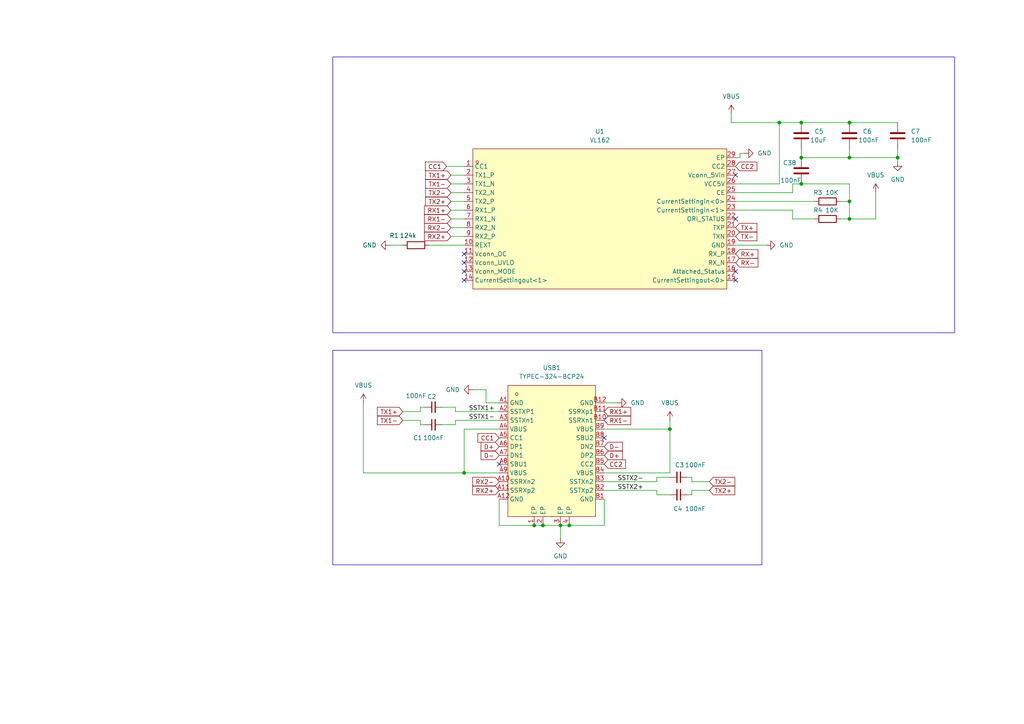
<source format=kicad_sch>
(kicad_sch (version 20250114) (generator "eeschema") (generator_version "9.0")
  (paper "A4")
  (lib_symbols
    (symbol "Device:C" (pin_numbers (hide yes)) (pin_names (offset 0.254))
      (property "Reference" "C" (at 0.635 2.54 0))
      (property "Value" "C" (at 0.635 -2.54 0))
      (symbol "C_0_1"
        (polyline (pts (xy -2.032 0.762) (xy 2.032 0.762)) (stroke (width 0.508)))
        (polyline (pts (xy -2.032 -0.762) (xy 2.032 -0.762)) (stroke (width 0.508)))
      )
      (symbol "C_1_1"
        (pin passive line (at 0 3.81 270) (length 2.794) (name "~") (number "1"))
        (pin passive line (at 0 -3.81 90) (length 2.794) (name "~") (number "2"))
      )
    )
    (symbol "Device:C_Small" (pin_numbers (hide yes)) (pin_names (offset 0.254) (hide yes))
      (property "Reference" "C" (at 0.254 1.778 0))
      (property "Value" "C_Small" (at 0.254 -2.032 0))
      (symbol "C_Small_0_1"
        (polyline (pts (xy -1.524 0.508) (xy 1.524 0.508)) (stroke (width 0.3048)))
        (polyline (pts (xy -1.524 -0.508) (xy 1.524 -0.508)) (stroke (width 0.3302)))
      )
      (symbol "C_Small_1_1"
        (pin passive line (at 0 2.54 270) (length 2.032) (name "~") (number "1"))
        (pin passive line (at 0 -2.54 90) (length 2.032) (name "~") (number "2"))
      )
    )
    (symbol "Device:R" (pin_numbers (hide yes)) (pin_names (offset 0))
      (property "Reference" "R" (at 2.032 0 90))
      (property "Value" "R" (at 0 0 90))
      (symbol "R_0_1"
        (rectangle (start -1.016 -2.54) (end 1.016 2.54) (stroke (width 0.254)))
      )
      (symbol "R_1_1"
        (pin passive line (at 0 3.81 270) (length 1.27) (name "~") (number "1"))
        (pin passive line (at 0 -3.81 90) (length 1.27) (name "~") (number "2"))
      )
    )
    (symbol "da:TYPEC-324-BCP24"
      (property "Reference" "USB" (at 0 20.32 0))
      (property "Value" "TYPEC-324-BCP24" (at 0 -25.4 0))
      (symbol "TYPEC-324-BCP24_0_1"
        (rectangle (start -12.7 20.32) (end 12.7 -17.78) (fill (type background)))
        (circle (center -10.16 17.78) (radius 0.38))
        (pin unspecified line (at -15.24 15.24 0) (length 2.54) (name "GND") (number "A1"))
        (pin unspecified line (at -15.24 12.7 0) (length 2.54) (name "SSTXP1") (number "A2"))
        (pin unspecified line (at -15.24 10.16 0) (length 2.54) (name "SSTXn1") (number "A3"))
        (pin unspecified line (at -15.24 7.62 0) (length 2.54) (name "VBUS") (number "A4"))
        (pin unspecified line (at -15.24 5.08 0) (length 2.54) (name "CC1") (number "A5"))
        (pin unspecified line (at -15.24 2.54 0) (length 2.54) (name "DP1") (number "A6"))
        (pin unspecified line (at -15.24 0 0) (length 2.54) (name "DN1") (number "A7"))
        (pin unspecified line (at -15.24 -2.54 0) (length 2.54) (name "SBU1") (number "A8"))
        (pin unspecified line (at -15.24 -5.08 0) (length 2.54) (name "VBUS") (number "A9"))
        (pin unspecified line (at -15.24 -7.62 0) (length 2.54) (name "SSRXn2") (number "A10"))
        (pin unspecified line (at -15.24 -10.16 0) (length 2.54) (name "SSRXp2") (number "A11"))
        (pin unspecified line (at -15.24 -12.7 0) (length 2.54) (name "GND") (number "A12"))
        (pin unspecified line (at -5.08 -20.32 90) (length 2.54) (name "EP") (number "1"))
        (pin unspecified line (at -2.54 -20.32 90) (length 2.54) (name "EP") (number "2"))
        (pin unspecified line (at 2.54 -20.32 90) (length 2.54) (name "EP") (number "3"))
        (pin unspecified line (at 5.08 -20.32 90) (length 2.54) (name "EP") (number "4"))
        (pin unspecified line (at 15.24 15.24 180) (length 2.54) (name "GND") (number "B12"))
        (pin unspecified line (at 15.24 12.7 180) (length 2.54) (name "SSRXp1") (number "B11"))
        (pin unspecified line (at 15.24 10.16 180) (length 2.54) (name "SSRXn1") (number "B10"))
        (pin unspecified line (at 15.24 7.62 180) (length 2.54) (name "VBUS") (number "B9"))
        (pin unspecified line (at 15.24 5.08 180) (length 2.54) (name "SBU2") (number "B8"))
        (pin unspecified line (at 15.24 2.54 180) (length 2.54) (name "DN2") (number "B7"))
        (pin unspecified line (at 15.24 0 180) (length 2.54) (name "DP2") (number "B6"))
        (pin unspecified line (at 15.24 -2.54 180) (length 2.54) (name "CC2") (number "B5"))
        (pin unspecified line (at 15.24 -5.08 180) (length 2.54) (name "VBUS") (number "B4"))
        (pin unspecified line (at 15.24 -7.62 180) (length 2.54) (name "SSTXn2") (number "B3"))
        (pin unspecified line (at 15.24 -10.16 180) (length 2.54) (name "SSTXp2") (number "B2"))
        (pin unspecified line (at 15.24 -12.7 180) (length 2.54) (name "GND") (number "B1"))
      )
    )
    (symbol "da:VL162"
      (property "Reference" "U" (at 0 22.86 0))
      (property "Value" "VL162" (at 0 -22.86 0))
      (symbol "VL162_0_1"
        (rectangle (start -36.83 20.32) (end 36.83 -20.32) (fill (type background)))
        (circle (center -35.56 16.51) (radius 0.38))
        (pin unspecified line (at -39.37 15.24 0) (length 2.54) (name "CC1") (number "1"))
        (pin unspecified line (at -39.37 12.7 0) (length 2.54) (name "TX1_P") (number "2"))
        (pin unspecified line (at -39.37 10.16 0) (length 2.54) (name "TX1_N") (number "3"))
        (pin unspecified line (at -39.37 7.62 0) (length 2.54) (name "TX2_N") (number "4"))
        (pin unspecified line (at -39.37 5.08 0) (length 2.54) (name "TX2_P") (number "5"))
        (pin unspecified line (at -39.37 2.54 0) (length 2.54) (name "RX1_P") (number "6"))
        (pin unspecified line (at -39.37 0 0) (length 2.54) (name "RX1_N") (number "7"))
        (pin unspecified line (at -39.37 -2.54 0) (length 2.54) (name "RX2_N") (number "8"))
        (pin unspecified line (at -39.37 -5.08 0) (length 2.54) (name "RX2_P") (number "9"))
        (pin unspecified line (at -39.37 -7.62 0) (length 2.54) (name "REXT") (number "10"))
        (pin unspecified line (at -39.37 -10.16 0) (length 2.54) (name "Vconn_OC") (number "11"))
        (pin unspecified line (at -39.37 -12.7 0) (length 2.54) (name "Vconn_UVLO") (number "12"))
        (pin unspecified line (at -39.37 -15.24 0) (length 2.54) (name "Vconn_MODE") (number "13"))
        (pin unspecified line (at -39.37 -17.78 0) (length 2.54) (name "CurrentSettingout<1>") (number "14"))
        (pin unspecified line (at 39.37 17.78 180) (length 2.54) (name "EP") (number "29"))
        (pin unspecified line (at 39.37 15.24 180) (length 2.54) (name "CC2") (number "28"))
        (pin unspecified line (at 39.37 12.7 180) (length 2.54) (name "Vconn_5Vin") (number "27"))
        (pin unspecified line (at 39.37 10.16 180) (length 2.54) (name "VCC5V") (number "26"))
        (pin unspecified line (at 39.37 7.62 180) (length 2.54) (name "CE") (number "25"))
        (pin unspecified line (at 39.37 5.08 180) (length 2.54) (name "CurrentSettingin<0>") (number "24"))
        (pin unspecified line (at 39.37 2.54 180) (length 2.54) (name "CurrentSettingin<1>") (number "23"))
        (pin unspecified line (at 39.37 0 180) (length 2.54) (name "ORI_STATUS") (number "22"))
        (pin unspecified line (at 39.37 -2.54 180) (length 2.54) (name "TXP") (number "21"))
        (pin unspecified line (at 39.37 -5.08 180) (length 2.54) (name "TXN") (number "20"))
        (pin unspecified line (at 39.37 -7.62 180) (length 2.54) (name "GND") (number "19"))
        (pin unspecified line (at 39.37 -10.16 180) (length 2.54) (name "RX_P") (number "18"))
        (pin unspecified line (at 39.37 -12.7 180) (length 2.54) (name "RX_N") (number "17"))
        (pin unspecified line (at 39.37 -15.24 180) (length 2.54) (name "Attached_Status") (number "16"))
        (pin unspecified line (at 39.37 -17.78 180) (length 2.54) (name "CurrentSettingout<0>") (number "15"))
      )
    )
    (symbol "power:GND" (power) (pin_numbers (hide yes)) (pin_names (offset 0) (hide yes))
      (property "Value" "GND" (at 0 -3.81 0))
      (symbol "GND_0_1"
        (polyline (pts (xy 0 0) (xy 0 -1.27) (xy 1.27 -1.27) (xy 0 -2.54) (xy -1.27 -1.27) (xy 0 -1.27)))
      )
      (symbol "GND_1_1"
        (pin power_in line (at 0 0 270) (length 0) (name "~") (number "1"))
      )
    )
    (symbol "power:VBUS" (power) (pin_numbers (hide yes)) (pin_names (offset 0) (hide yes))
      (property "Value" "VBUS" (at 0 3.556 0))
      (symbol "VBUS_0_1"
        (polyline (pts (xy -0.762 1.27) (xy 0 2.54)))
        (polyline (pts (xy 0 2.54) (xy 0.762 1.27)))
        (polyline (pts (xy 0 0) (xy 0 2.54)))
      )
      (symbol "VBUS_1_1"
        (pin power_in line (at 0 0 90) (length 0) (name "~") (number "1"))
      )
    )
  )
  (rectangle (start 96.52 101.6) (end 220.98 163.83))
  (rectangle (start 96.52 16.51) (end 276.86 96.52))
  (junction (at 232.41 45.72))
  (junction (at 157.48 152.4))
  (junction (at 134.62 137.16))
  (junction (at 162.56 152.4))
  (junction (at 246.38 58.42))
  (junction (at 165.1 152.4))
  (junction (at 194.31 124.46))
  (junction (at 246.38 63.5))
  (junction (at 154.94 152.4))
  (junction (at 232.41 35.56))
  (junction (at 232.41 53.34))
  (junction (at 260.35 45.72))
  (junction (at 246.38 45.72))
  (junction (at 226.06 35.56))
  (junction (at 246.38 35.56))
  (no_connect (at 175.26 127))
  (no_connect (at 134.62 73.66))
  (no_connect (at 213.36 50.8))
  (no_connect (at 144.78 134.62))
  (no_connect (at 213.36 81.28))
  (no_connect (at 213.36 63.5))
  (no_connect (at 134.62 81.28))
  (no_connect (at 134.62 78.74))
  (no_connect (at 213.36 78.74))
  (no_connect (at 134.62 76.2))
  (wire (pts (xy 128.27 118.11) (xy 132.08 118.11)))
  (wire (pts (xy 132.08 118.11) (xy 132.08 119.38)))
  (wire (pts (xy 232.41 35.56) (xy 246.38 35.56)))
  (wire (pts (xy 232.41 43.18) (xy 232.41 45.72)))
  (wire (pts (xy 134.62 137.16) (xy 144.78 137.16)))
  (wire (pts (xy 243.84 63.5) (xy 246.38 63.5)))
  (wire (pts (xy 229.87 63.5) (xy 229.87 60.96)))
  (wire (pts (xy 260.35 43.18) (xy 260.35 45.72)))
  (wire (pts (xy 175.26 142.24) (xy 190.5 142.24)))
  (wire (pts (xy 130.81 66.04) (xy 134.62 66.04)))
  (wire (pts (xy 105.41 137.16) (xy 105.41 116.84)))
  (wire (pts (xy 260.35 45.72) (xy 260.35 46.99)))
  (wire (pts (xy 229.87 53.34) (xy 232.41 53.34)))
  (wire (pts (xy 194.31 138.43) (xy 190.5 138.43)))
  (wire (pts (xy 215.9 44.45) (xy 214.63 44.45)))
  (wire (pts (xy 200.66 143.51) (xy 199.39 143.51)))
  (wire (pts (xy 212.09 35.56) (xy 226.06 35.56)))
  (wire (pts (xy 226.06 35.56) (xy 226.06 53.34)))
  (wire (pts (xy 162.56 152.4) (xy 162.56 156.21)))
  (wire (pts (xy 134.62 137.16) (xy 134.62 124.46)))
  (wire (pts (xy 129.54 48.26) (xy 134.62 48.26)))
  (wire (pts (xy 121.92 119.38) (xy 121.92 118.11)))
  (wire (pts (xy 214.63 44.45) (xy 214.63 45.72)))
  (wire (pts (xy 199.39 138.43) (xy 200.66 138.43)))
  (wire (pts (xy 229.87 60.96) (xy 213.36 60.96)))
  (wire (pts (xy 200.66 142.24) (xy 200.66 143.51)))
  (wire (pts (xy 130.81 50.8) (xy 134.62 50.8)))
  (wire (pts (xy 121.92 123.19) (xy 121.92 121.92)))
  (wire (pts (xy 213.36 53.34) (xy 226.06 53.34)))
  (wire (pts (xy 175.26 124.46) (xy 194.31 124.46)))
  (wire (pts (xy 205.74 142.24) (xy 200.66 142.24)))
  (wire (pts (xy 246.38 45.72) (xy 260.35 45.72)))
  (wire (pts (xy 134.62 124.46) (xy 144.78 124.46)))
  (wire (pts (xy 132.08 119.38) (xy 144.78 119.38)))
  (wire (pts (xy 232.41 45.72) (xy 246.38 45.72)))
  (wire (pts (xy 175.26 139.7) (xy 190.5 139.7)))
  (wire (pts (xy 130.81 68.58) (xy 134.62 68.58)))
  (wire (pts (xy 246.38 58.42) (xy 246.38 63.5)))
  (wire (pts (xy 113.03 71.12) (xy 116.84 71.12)))
  (wire (pts (xy 190.5 143.51) (xy 190.5 142.24)))
  (wire (pts (xy 214.63 45.72) (xy 213.36 45.72)))
  (wire (pts (xy 232.41 53.34) (xy 246.38 53.34)))
  (wire (pts (xy 246.38 53.34) (xy 246.38 58.42)))
  (wire (pts (xy 116.84 119.38) (xy 121.92 119.38)))
  (wire (pts (xy 130.81 63.5) (xy 134.62 63.5)))
  (wire (pts (xy 194.31 137.16) (xy 194.31 124.46)))
  (wire (pts (xy 144.78 144.78) (xy 144.78 152.4)))
  (wire (pts (xy 213.36 58.42) (xy 236.22 58.42)))
  (wire (pts (xy 194.31 143.51) (xy 190.5 143.51)))
  (wire (pts (xy 154.94 152.4) (xy 157.48 152.4)))
  (wire (pts (xy 121.92 118.11) (xy 123.19 118.11)))
  (wire (pts (xy 226.06 35.56) (xy 232.41 35.56)))
  (wire (pts (xy 246.38 35.56) (xy 260.35 35.56)))
  (wire (pts (xy 123.19 123.19) (xy 121.92 123.19)))
  (wire (pts (xy 194.31 124.46) (xy 194.31 121.92)))
  (wire (pts (xy 222.25 71.12) (xy 213.36 71.12)))
  (wire (pts (xy 124.46 71.12) (xy 134.62 71.12)))
  (wire (pts (xy 175.26 144.78) (xy 175.26 152.4)))
  (wire (pts (xy 162.56 152.4) (xy 165.1 152.4)))
  (wire (pts (xy 105.41 137.16) (xy 134.62 137.16)))
  (wire (pts (xy 175.26 152.4) (xy 165.1 152.4)))
  (wire (pts (xy 254 63.5) (xy 254 55.88)))
  (wire (pts (xy 246.38 63.5) (xy 254 63.5)))
  (wire (pts (xy 130.81 60.96) (xy 134.62 60.96)))
  (wire (pts (xy 243.84 58.42) (xy 246.38 58.42)))
  (wire (pts (xy 132.08 121.92) (xy 144.78 121.92)))
  (wire (pts (xy 140.97 113.03) (xy 140.97 116.84)))
  (wire (pts (xy 130.81 58.42) (xy 134.62 58.42)))
  (wire (pts (xy 200.66 139.7) (xy 205.74 139.7)))
  (wire (pts (xy 179.07 116.84) (xy 175.26 116.84)))
  (wire (pts (xy 121.92 121.92) (xy 116.84 121.92)))
  (wire (pts (xy 229.87 55.88) (xy 213.36 55.88)))
  (wire (pts (xy 200.66 138.43) (xy 200.66 139.7)))
  (wire (pts (xy 229.87 63.5) (xy 236.22 63.5)))
  (wire (pts (xy 212.09 33.02) (xy 212.09 35.56)))
  (wire (pts (xy 132.08 123.19) (xy 132.08 121.92)))
  (wire (pts (xy 246.38 43.18) (xy 246.38 45.72)))
  (wire (pts (xy 229.87 53.34) (xy 229.87 55.88)))
  (wire (pts (xy 157.48 152.4) (xy 162.56 152.4)))
  (wire (pts (xy 190.5 138.43) (xy 190.5 139.7)))
  (wire (pts (xy 130.81 53.34) (xy 134.62 53.34)))
  (wire (pts (xy 140.97 116.84) (xy 144.78 116.84)))
  (wire (pts (xy 175.26 137.16) (xy 194.31 137.16)))
  (wire (pts (xy 137.16 113.03) (xy 140.97 113.03)))
  (wire (pts (xy 144.78 152.4) (xy 154.94 152.4)))
  (wire (pts (xy 130.81 55.88) (xy 134.62 55.88)))
  (wire (pts (xy 128.27 123.19) (xy 132.08 123.19)))
  (label "SSTX1-" (at 143.51 121.92 180))
  (label "SSTX2-" (at 179.07 139.7 0))
  (label "SSTX2+" (at 179.07 142.24 0))
  (label "SSTX1+" (at 143.51 119.38 180))
  (global_label "CC2" (shape input) (at 213.36 48.26 0) (property "Intersheetrefs" "${INTERSHEET_REFS}" (effects (hide yes))))
  (global_label "TX2+" (shape input) (at 205.74 142.24 0) (property "Intersheetrefs" "${INTERSHEET_REFS}" (effects (hide yes))))
  (global_label "TX1-" (shape input) (at 116.84 121.92 180) (property "Intersheetrefs" "${INTERSHEET_REFS}" (effects (hide yes))))
  (global_label "RX2-" (shape input) (at 130.81 66.04 180) (property "Intersheetrefs" "${INTERSHEET_REFS}" (effects (hide yes))))
  (global_label "TX2-" (shape input) (at 130.81 55.88 180) (property "Intersheetrefs" "${INTERSHEET_REFS}" (effects (hide yes))))
  (global_label "RX1+" (shape input) (at 130.81 60.96 180) (property "Intersheetrefs" "${INTERSHEET_REFS}" (effects (hide yes))))
  (global_label "D-" (shape input) (at 144.78 132.08 180) (property "Intersheetrefs" "${INTERSHEET_REFS}" (effects (hide yes))))
  (global_label "CC2" (shape input) (at 175.26 134.62 0) (property "Intersheetrefs" "${INTERSHEET_REFS}" (effects (hide yes))))
  (global_label "RX-" (shape input) (at 213.36 76.2 0) (property "Intersheetrefs" "${INTERSHEET_REFS}" (effects (hide yes))))
  (global_label "RX1-" (shape input) (at 130.81 63.5 180) (property "Intersheetrefs" "${INTERSHEET_REFS}" (effects (hide yes))))
  (global_label "D+" (shape input) (at 175.26 132.08 0) (property "Intersheetrefs" "${INTERSHEET_REFS}" (effects (hide yes))))
  (global_label "TX+" (shape input) (at 213.36 66.04 0) (property "Intersheetrefs" "${INTERSHEET_REFS}" (effects (hide yes))))
  (global_label "D+" (shape input) (at 144.78 129.54 180) (property "Intersheetrefs" "${INTERSHEET_REFS}" (effects (hide yes))))
  (global_label "TX1+" (shape input) (at 130.81 50.8 180) (property "Intersheetrefs" "${INTERSHEET_REFS}" (effects (hide yes))))
  (global_label "CC1" (shape input) (at 129.54 48.26 180) (property "Intersheetrefs" "${INTERSHEET_REFS}" (effects (hide yes))))
  (global_label "TX2+" (shape input) (at 130.81 58.42 180) (property "Intersheetrefs" "${INTERSHEET_REFS}" (effects (hide yes))))
  (global_label "RX1+" (shape input) (at 175.26 119.38 0) (property "Intersheetrefs" "${INTERSHEET_REFS}" (effects (hide yes))))
  (global_label "RX1-" (shape input) (at 175.26 121.92 0) (property "Intersheetrefs" "${INTERSHEET_REFS}" (effects (hide yes))))
  (global_label "TX1+" (shape input) (at 116.84 119.38 180) (property "Intersheetrefs" "${INTERSHEET_REFS}" (effects (hide yes))))
  (global_label "RX2+" (shape input) (at 144.78 142.24 180) (property "Intersheetrefs" "${INTERSHEET_REFS}" (effects (hide yes))))
  (global_label "RX+" (shape input) (at 213.36 73.66 0) (property "Intersheetrefs" "${INTERSHEET_REFS}" (effects (hide yes))))
  (global_label "CC1" (shape input) (at 144.78 127 180) (property "Intersheetrefs" "${INTERSHEET_REFS}" (effects (hide yes))))
  (global_label "TX1-" (shape input) (at 130.81 53.34 180) (property "Intersheetrefs" "${INTERSHEET_REFS}" (effects (hide yes))))
  (global_label "TX2-" (shape input) (at 205.74 139.7 0) (property "Intersheetrefs" "${INTERSHEET_REFS}" (effects (hide yes))))
  (global_label "TX-" (shape input) (at 213.36 68.58 0) (property "Intersheetrefs" "${INTERSHEET_REFS}" (effects (hide yes))))
  (global_label "D-" (shape input) (at 175.26 129.54 0) (property "Intersheetrefs" "${INTERSHEET_REFS}" (effects (hide yes))))
  (global_label "RX2-" (shape input) (at 144.78 139.7 180) (property "Intersheetrefs" "${INTERSHEET_REFS}" (effects (hide yes))))
  (global_label "RX2+" (shape input) (at 130.81 68.58 180) (property "Intersheetrefs" "${INTERSHEET_REFS}" (effects (hide yes))))
  (symbol (lib_id "Device:R") (at 240.03 58.42 270) (unit 1)
    (property "Reference" "R3" (at 237.236 55.88 90))
    (property "Value" "10K" (at 241.3 55.88 90))
    (property "Footprint" "Resistor_SMD:R_0402_1005Metric" (effects (hide yes)))
    (property "Description" "Resistor" (effects (hide yes)))
  )
  (symbol (lib_id "power:VBUS") (at 194.31 121.92 0) (unit 1)
    (property "Reference" "#PWR01" (effects (hide yes)))
    (property "Value" "VBUS" (at 194.31 116.84 0))
    (property "Description" "Power symbol creates a global label with name \"VBUS\"" (effects (hide yes)))
  )
  (symbol (lib_id "da:TYPEC-324-BCP24") (at 160.02 132.08 0) (unit 1)
    (property "Reference" "USB1" (at 160.02 106.68 0))
    (property "Value" "TYPEC-324-BCP24" (at 160.02 109.22 0))
    (property "Footprint" "easyeda2kicad:USB-C-SMD_TYPEC-324-BCP24" (effects (hide yes)))
    (property "LCSC Part" "C2835314" (effects (hide yes)))
  )
  (symbol (lib_id "power:GND") (at 179.07 116.84 90) (unit 1)
    (property "Reference" "#PWR071" (effects (hide yes)))
    (property "Value" "GND" (at 182.88 116.8399 90) (effects (justify right)))
    (property "Description" "Power symbol creates a global label with name \"GND\" , ground" (effects (hide yes)))
  )
  (symbol (lib_id "Device:C_Small") (at 196.85 138.43 270) (unit 1)
    (property "Reference" "C3" (at 197.104 134.874 90))
    (property "Value" "100nF" (at 201.676 134.874 90))
    (property "Footprint" "Capacitor_SMD:C_0402_1005Metric" (effects (hide yes)))
    (property "Description" "Unpolarized capacitor, small symbol" (effects (hide yes)))
  )
  (symbol (lib_id "power:GND") (at 215.9 44.45 90) (unit 1)
    (property "Reference" "#PWR05" (effects (hide yes)))
    (property "Value" "GND" (at 219.71 44.4499 90) (effects (justify right)))
    (property "Description" "Power symbol creates a global label with name \"GND\" , ground" (effects (hide yes)))
  )
  (symbol (lib_id "Device:R") (at 120.65 71.12 270) (unit 1)
    (property "Reference" "R1" (at 114.3 68.326 90))
    (property "Value" "124k" (at 118.364 68.326 90))
    (property "Footprint" "Resistor_SMD:R_0402_1005Metric" (effects (hide yes)))
    (property "Description" "Resistor" (effects (hide yes)))
  )
  (symbol (lib_id "power:GND") (at 260.35 46.99 0) (unit 1)
    (property "Reference" "#PWR08" (effects (hide yes)))
    (property "Value" "GND" (at 260.35 52.07 0))
    (property "Description" "Power symbol creates a global label with name \"GND\" , ground" (effects (hide yes)))
  )
  (symbol (lib_id "Device:C") (at 232.41 49.53 0) (unit 1)
    (property "Reference" "C38" (at 227.076 47.244 0) (effects (justify left)))
    (property "Value" "100nF" (at 226.314 52.324 0) (effects (justify left)))
    (property "Footprint" "Capacitor_SMD:C_0402_1005Metric" (effects (hide yes)))
    (property "Description" "Unpolarized capacitor" (effects (hide yes)))
  )
  (symbol (lib_id "power:VBUS") (at 105.41 116.84 0) (mirror y) (unit 1)
    (property "Reference" "#PWR069" (effects (hide yes)))
    (property "Value" "VBUS" (at 105.41 111.76 0))
    (property "Description" "Power symbol creates a global label with name \"VBUS\"" (effects (hide yes)))
  )
  (symbol (lib_id "power:GND") (at 137.16 113.03 270) (unit 1)
    (property "Reference" "#PWR070" (effects (hide yes)))
    (property "Value" "GND" (at 133.35 113.0299 90) (effects (justify right)))
    (property "Description" "Power symbol creates a global label with name \"GND\" , ground" (effects (hide yes)))
  )
  (symbol (lib_id "Device:C_Small") (at 125.73 123.19 90) (unit 1)
    (property "Reference" "C1" (at 121.158 127 90))
    (property "Value" "100nF" (at 125.7364 127 90))
    (property "Footprint" "Capacitor_SMD:C_0402_1005Metric" (effects (hide yes)))
    (property "Description" "Unpolarized capacitor, small symbol" (effects (hide yes)))
  )
  (symbol (lib_id "Device:C") (at 260.35 39.37 0) (unit 1)
    (property "Reference" "C7" (at 264.16 38.0999 0) (effects (justify left)))
    (property "Value" "100nF" (at 264.16 40.6399 0) (effects (justify left)))
    (property "Footprint" "Capacitor_SMD:C_0402_1005Metric" (effects (hide yes)))
    (property "Description" "Unpolarized capacitor" (effects (hide yes)))
  )
  (symbol (lib_id "power:GND") (at 222.25 71.12 90) (unit 1)
    (property "Reference" "#PWR06" (effects (hide yes)))
    (property "Value" "GND" (at 226.06 71.1199 90) (effects (justify right)))
    (property "Description" "Power symbol creates a global label with name \"GND\" , ground" (effects (hide yes)))
  )
  (symbol (lib_id "da:VL162") (at 173.99 63.5 0) (unit 1)
    (property "Reference" "U1" (at 173.99 38.1 0))
    (property "Value" "VL162" (at 173.99 40.64 0))
    (property "Footprint" "easyeda2kicad:MQFN-28_L4.5-W3.5-P0.40-BL-EP" (effects (hide yes)))
    (property "LCSC Part" "C19270896" (effects (hide yes)))
  )
  (symbol (lib_id "Device:C") (at 232.41 39.37 0) (unit 1)
    (property "Reference" "C5" (at 236.22 38.0999 0) (effects (justify left)))
    (property "Value" "10uF" (at 234.95 40.64 0) (effects (justify left)))
    (property "Footprint" "Capacitor_SMD:C_0805_2012Metric" (effects (hide yes)))
    (property "Description" "Unpolarized capacitor" (effects (hide yes)))
  )
  (symbol (lib_id "Device:C") (at 246.38 39.37 0) (unit 1)
    (property "Reference" "C6" (at 250.19 38.0999 0) (effects (justify left)))
    (property "Value" "100nF" (at 248.92 40.64 0) (effects (justify left)))
    (property "Footprint" "Capacitor_SMD:C_0402_1005Metric" (effects (hide yes)))
    (property "Description" "Unpolarized capacitor" (effects (hide yes)))
  )
  (symbol (lib_id "power:GND") (at 162.56 156.21 0) (unit 1)
    (property "Reference" "#PWR068" (effects (hide yes)))
    (property "Value" "GND" (at 162.56 161.29 0))
    (property "Description" "Power symbol creates a global label with name \"GND\" , ground" (effects (hide yes)))
  )
  (symbol (lib_id "Device:C_Small") (at 125.73 118.11 90) (unit 1)
    (property "Reference" "C2" (at 125.222 115.062 90))
    (property "Value" "100nF" (at 120.65 114.808 90))
    (property "Footprint" "Capacitor_SMD:C_0402_1005Metric" (effects (hide yes)))
    (property "Description" "Unpolarized capacitor, small symbol" (effects (hide yes)))
  )
  (symbol (lib_id "power:GND") (at 113.03 71.12 270) (unit 1)
    (property "Reference" "#PWR03" (effects (hide yes)))
    (property "Value" "GND" (at 109.22 71.1199 90) (effects (justify right)))
    (property "Description" "Power symbol creates a global label with name \"GND\" , ground" (effects (hide yes)))
  )
  (symbol (lib_id "power:VBUS") (at 212.09 33.02 0) (unit 1)
    (property "Reference" "#PWR04" (effects (hide yes)))
    (property "Value" "VBUS" (at 212.09 27.94 0))
    (property "Description" "Power symbol creates a global label with name \"VBUS\"" (effects (hide yes)))
  )
  (symbol (lib_id "Device:C_Small") (at 196.85 143.51 270) (unit 1)
    (property "Reference" "C4" (at 196.596 147.574 90))
    (property "Value" "100nF" (at 201.676 147.574 90))
    (property "Footprint" "Capacitor_SMD:C_0402_1005Metric" (effects (hide yes)))
    (property "Description" "Unpolarized capacitor, small symbol" (effects (hide yes)))
  )
  (symbol (lib_id "power:VBUS") (at 254 55.88 0) (unit 1)
    (property "Reference" "#PWR07" (effects (hide yes)))
    (property "Value" "VBUS" (at 254 50.8 0))
    (property "Description" "Power symbol creates a global label with name \"VBUS\"" (effects (hide yes)))
  )
  (symbol (lib_id "Device:R") (at 240.03 63.5 270) (unit 1)
    (property "Reference" "R4" (at 237.236 60.96 90))
    (property "Value" "10K" (at 241.3 60.96 90))
    (property "Footprint" "Resistor_SMD:R_0402_1005Metric" (effects (hide yes)))
    (property "Description" "Resistor" (effects (hide yes)))
  )
)
</source>
